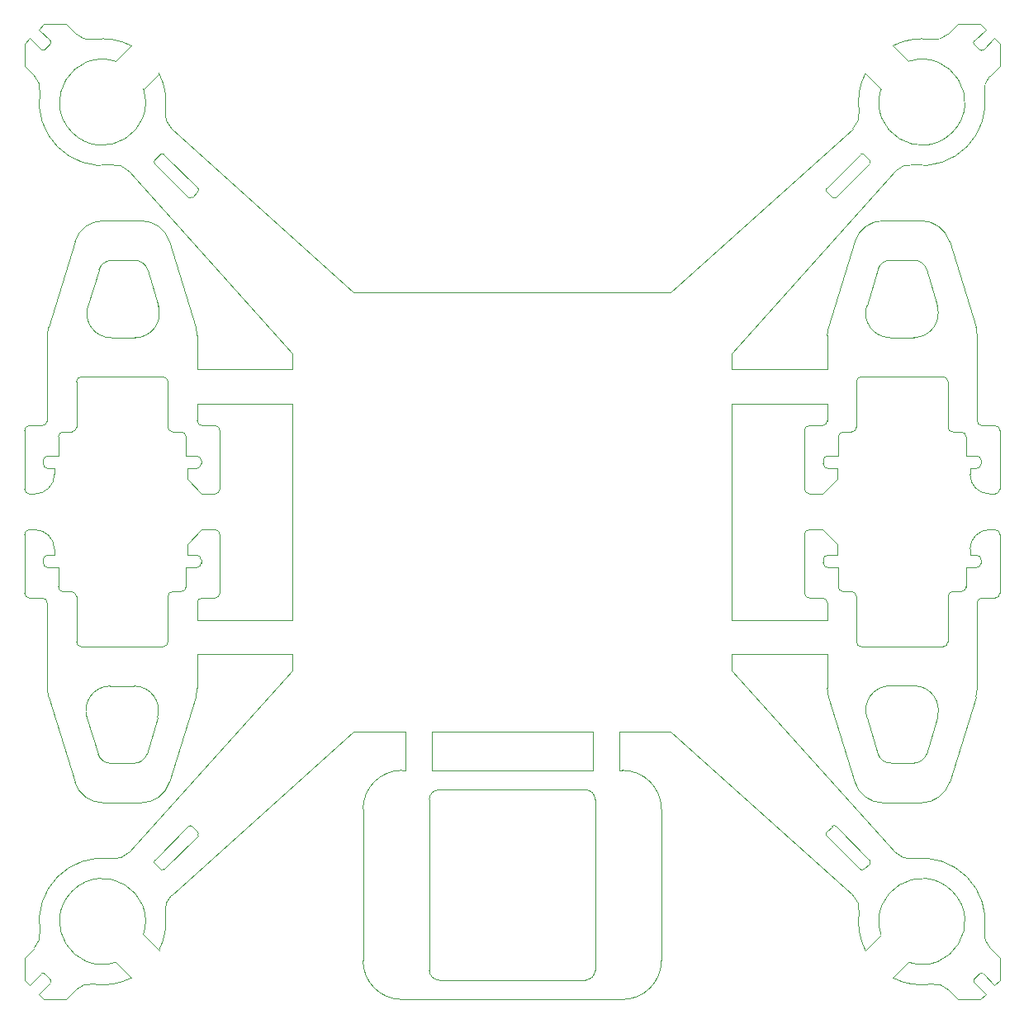
<source format=gbp>
G04 #@! TF.GenerationSoftware,KiCad,Pcbnew,8.99.0-1558-g48f6f837a1*
G04 #@! TF.CreationDate,2024-07-10T16:23:39+03:00*
G04 #@! TF.ProjectId,ESP32 drone,45535033-3220-4647-926f-6e652e6b6963,rev?*
G04 #@! TF.SameCoordinates,Original*
G04 #@! TF.FileFunction,Paste,Bot*
G04 #@! TF.FilePolarity,Positive*
%FSLAX46Y46*%
G04 Gerber Fmt 4.6, Leading zero omitted, Abs format (unit mm)*
G04 Created by KiCad (PCBNEW 8.99.0-1558-g48f6f837a1) date 2024-07-10 16:23:39*
%MOMM*%
%LPD*%
G01*
G04 APERTURE LIST*
G04 #@! TA.AperFunction,Profile*
%ADD10C,0.025400*%
G04 #@! TD*
G04 APERTURE END LIST*
D10*
X89744997Y-112289635D02*
G75*
G02*
X88445021Y-111346061I-19997J1339735D01*
G01*
X95102180Y-72673720D02*
G75*
G02*
X95602080Y-73173590I20J-499880D01*
G01*
X81961740Y-88343230D02*
G75*
G02*
X83961670Y-90343230I-40J-1999970D01*
G01*
X83961740Y-82673700D02*
X83961740Y-82073750D01*
X108397550Y-97616520D02*
X98602300Y-97616520D01*
X177433230Y-94193360D02*
G75*
G02*
X176933360Y-94693230I-499830J-40D01*
G01*
X97461580Y-92243400D02*
X97461580Y-94193360D01*
X81437740Y-37968170D02*
X80897480Y-38508430D01*
X83961740Y-90943430D02*
X83961740Y-90343230D01*
X97461580Y-78823570D02*
X97461580Y-80773780D01*
X167531290Y-50441860D02*
G75*
G02*
X167549544Y-50794377I-168190J-185440D01*
G01*
X82470500Y-129480560D02*
G75*
G02*
X89824572Y-122074857I6427000J972060D01*
G01*
X163283400Y-82073750D02*
G75*
G02*
X162783250Y-81573620I0J500150D01*
G01*
X146197580Y-132508500D02*
G75*
G02*
X142197590Y-136508480I-3999980J0D01*
G01*
X82811620Y-91743280D02*
X82811620Y-91443300D01*
X98602300Y-104580940D02*
X98602300Y-101116380D01*
X164070152Y-54276373D02*
G75*
G02*
X163717410Y-54258021I-167152J186373D01*
G01*
X162733230Y-84673690D02*
X164233360Y-83173570D01*
X96102170Y-78323690D02*
G75*
G02*
X95602110Y-77823570I30J500090D01*
G01*
X98467930Y-67549010D02*
G75*
G02*
X98602064Y-68435980I-2865630J-886990D01*
G01*
X98665118Y-53335878D02*
G75*
G02*
X98646740Y-53688591I-186418J-167122D01*
G01*
X176602900Y-136508490D02*
X178897540Y-136508490D01*
X180397410Y-88343230D02*
G75*
G02*
X180897570Y-88843360I-10J-500170D01*
G01*
X100425760Y-77673710D02*
X99102170Y-77673710D01*
X95183460Y-123160540D02*
G75*
G02*
X94830706Y-123142199I-167160J186440D01*
G01*
X94263720Y-122575070D02*
X94830727Y-123142180D01*
X179833270Y-84673690D02*
G75*
G02*
X177833310Y-82673700I30J1999990D01*
G01*
X81397610Y-95343220D02*
G75*
G02*
X80897680Y-94843350I-10J499920D01*
G01*
X178264570Y-134794750D02*
G75*
G02*
X178273645Y-134433005I176830J176550D01*
G01*
X153397460Y-101116380D02*
X163192720Y-101116380D01*
X83311500Y-90943430D02*
X83961740Y-90943430D01*
X81397610Y-84673690D02*
X81961740Y-84673690D01*
X108397550Y-101116380D02*
X108397550Y-102768910D01*
X82720950Y-95343220D02*
G75*
G02*
X83220980Y-95843340I-50J-500080D01*
G01*
X99011740Y-91443300D02*
X99011740Y-91743280D01*
X166692840Y-100343210D02*
G75*
G02*
X166192890Y-99843340I-40J499910D01*
G01*
X84361530Y-92243400D02*
X83311500Y-92243400D01*
X139397490Y-133508500D02*
G75*
G02*
X138397490Y-134508490I-999990J0D01*
G01*
X88932770Y-116340890D02*
G75*
G02*
X86066922Y-114227850I30J2999990D01*
G01*
X123397520Y-134508490D02*
G75*
G02*
X122397510Y-133508500I-20J999990D01*
G01*
X172862240Y-56676040D02*
X168904420Y-56676040D01*
X160869130Y-88843360D02*
X160869130Y-94843350D01*
X178573940Y-77173580D02*
X178573940Y-68435980D01*
X98602300Y-75400410D02*
X108397550Y-75400410D01*
X171974260Y-122074430D02*
G75*
G02*
X170202729Y-121433197I-285260J1979630D01*
G01*
X100925890Y-94843350D02*
G75*
G02*
X100425760Y-95343390I-500090J50D01*
G01*
X141847570Y-109008420D02*
X147157950Y-109008420D01*
X95602300Y-95193360D02*
G75*
G02*
X96102170Y-94693500I499900J-40D01*
G01*
X174470000Y-65400000D02*
G75*
G02*
X172081948Y-68639217I-2388100J-739300D01*
G01*
X172081952Y-60719530D02*
G75*
G02*
X173381999Y-61663082I20048J-1339770D01*
G01*
X175573950Y-73173590D02*
X175573950Y-77823570D01*
X82357220Y-37048950D02*
X83530440Y-38222170D01*
X95602300Y-73173590D02*
X95602300Y-77823570D01*
X83355180Y-105467910D02*
G75*
G02*
X83221048Y-104580940I2865820J887010D01*
G01*
X139397490Y-116008400D02*
X139397490Y-133508500D01*
X173392929Y-111321817D02*
G75*
G02*
X172092933Y-112265400I-1280029J396217D01*
G01*
X95102180Y-100343210D02*
X86720940Y-100343210D01*
X178483260Y-80773780D02*
G75*
G02*
X178983220Y-81273650I40J-499920D01*
G01*
X86203290Y-37519610D02*
X85192110Y-36508440D01*
X86221070Y-99843340D02*
X86221070Y-95193360D01*
X100425760Y-77673710D02*
G75*
G02*
X100925690Y-78173580I40J-499890D01*
G01*
X179833270Y-84673690D02*
X180397410Y-84673690D01*
X86720940Y-72673720D02*
X95102180Y-72673720D01*
X166692840Y-72673720D02*
X175073820Y-72673720D01*
X85720940Y-94693230D02*
G75*
G02*
X86221070Y-95193360I-40J-500170D01*
G01*
X89780000Y-68659870D02*
G75*
G02*
X87391948Y-65420705I0J2499870D01*
G01*
X108397550Y-75400410D02*
X108397550Y-97616520D01*
X98602300Y-101116380D02*
X108397550Y-101116380D01*
X86221070Y-77823570D02*
X86221070Y-73173590D01*
X87925410Y-38081460D02*
G75*
G02*
X91858619Y-38722012I972090J-6426940D01*
G01*
X83221070Y-77173580D02*
G75*
G02*
X82720950Y-77673770I-500170J-20D01*
G01*
X167531290Y-50441860D02*
G75*
G02*
X166964112Y-49874679I5365910J5933060D01*
G01*
X89839997Y-60740235D02*
X92230004Y-60740235D01*
X180357020Y-135048750D02*
X180897530Y-134508490D01*
X89820750Y-50942490D02*
G75*
G02*
X91592293Y-51583711I285250J-1979710D01*
G01*
X84361530Y-80773780D02*
X84361530Y-78823570D01*
X177833280Y-90343230D02*
X177833280Y-90943430D01*
X153397460Y-75400410D02*
X163192720Y-75400410D01*
X99011740Y-81573620D02*
G75*
G02*
X98511620Y-82073740I-500140J20D01*
G01*
X108397550Y-102768910D02*
X91592150Y-121433080D01*
X97461580Y-94193360D02*
G75*
G02*
X96961710Y-94693280I-499880J-40D01*
G01*
X178573940Y-104580940D02*
X178573940Y-95843340D01*
X98511620Y-92243400D02*
X97461580Y-92243400D01*
X163192720Y-68435980D02*
G75*
G02*
X163326843Y-67549014I2999980J-20D01*
G01*
X95183510Y-123160585D02*
X98661496Y-119677256D01*
X163192720Y-97616520D02*
X153397460Y-97616520D01*
X82471520Y-129485900D02*
G75*
G02*
X81908689Y-131202719I-1977120J-302500D01*
G01*
X91592150Y-121433080D02*
G75*
G02*
X89820779Y-122074233I-1486150J1338380D01*
G01*
X141847570Y-113008410D02*
X141847570Y-109008420D01*
X122397520Y-116008400D02*
G75*
G02*
X123397520Y-115008420I999980J0D01*
G01*
X179183800Y-133875530D02*
X180357020Y-135048750D01*
X84361530Y-78823570D02*
G75*
G02*
X84861660Y-78323430I500170J-30D01*
G01*
X83530440Y-134795010D02*
X82357220Y-135968230D01*
X99061530Y-84673690D02*
X100425760Y-84673690D01*
X82811620Y-81273650D02*
G75*
G02*
X83311500Y-80773720I499880J50D01*
G01*
X168391949Y-61663098D02*
G75*
G02*
X169691944Y-60719580I1279951J-396202D01*
G01*
X85720940Y-94693230D02*
X84861660Y-94693230D01*
X94618052Y-65420705D02*
X93530000Y-61683803D01*
X164233360Y-89843360D02*
X162733230Y-88343230D01*
X164233360Y-82073750D02*
X163283400Y-82073750D01*
X98511620Y-82073750D02*
X97561660Y-82073750D01*
X82811620Y-81573620D02*
X82811620Y-81273650D01*
X98643256Y-119324741D02*
X98076249Y-118757631D01*
X179437800Y-135968230D02*
X178264570Y-134795010D01*
X82720950Y-77673710D02*
X81397610Y-77673710D01*
X168711880Y-43151300D02*
X167110160Y-41549570D01*
X80897480Y-78173580D02*
G75*
G02*
X81397610Y-77673480I500120J-20D01*
G01*
X163192720Y-75400410D02*
X163192720Y-77173580D01*
X162783270Y-91743280D02*
X162783270Y-91443300D01*
X180897530Y-134508490D02*
X180897530Y-132213860D01*
X169691945Y-60719530D02*
X172081952Y-60719530D01*
X166192710Y-99843340D02*
X166192710Y-95193360D01*
X122647460Y-109008420D02*
X122647460Y-113008410D01*
X165822130Y-125813820D02*
G75*
G02*
X166463325Y-127585197I-1338330J-1486180D01*
G01*
X164333430Y-80773780D02*
X164333430Y-78823570D01*
X176933360Y-78323690D02*
G75*
G02*
X177433310Y-78823570I40J-499910D01*
G01*
X179886360Y-131202680D02*
G75*
G02*
X179323542Y-129485906I1414240J1414280D01*
G01*
X94684850Y-41549570D02*
X93082880Y-43151300D01*
X170202860Y-121433080D02*
X153397460Y-102768910D01*
X178983390Y-81573620D02*
G75*
G02*
X178483260Y-82073690I-500090J20D01*
G01*
X80897480Y-88843360D02*
X80897480Y-94843350D01*
X166192710Y-77823570D02*
X166192710Y-73173590D01*
X97561660Y-83173570D02*
X99061530Y-84673690D01*
X119947440Y-109008420D02*
X119947440Y-113008410D01*
X171540430Y-132693920D02*
X169938450Y-134295900D01*
X94830900Y-49874680D02*
G75*
G02*
X94267926Y-50436653I-5925200J5372780D01*
G01*
X81961740Y-88343230D02*
X81397610Y-88343230D01*
X146197580Y-132508500D02*
X146197580Y-117008400D01*
X165692840Y-94693230D02*
X164833300Y-94693230D01*
X179437800Y-37048950D02*
X178897540Y-36508440D01*
X162692850Y-95343220D02*
G75*
G02*
X163192880Y-95843340I-50J-500080D01*
G01*
X167110162Y-131467609D02*
G75*
G02*
X166463985Y-127581411I5787338J2959109D01*
G01*
X87920070Y-38082470D02*
G75*
G02*
X86203265Y-37519635I-302470J1977170D01*
G01*
X161369250Y-84673690D02*
X162733230Y-84673690D01*
X98511620Y-90943430D02*
G75*
G02*
X99011470Y-91443300I-20J-499870D01*
G01*
X99102170Y-95343220D02*
X100425760Y-95343220D01*
X99011740Y-91743280D02*
G75*
G02*
X98511620Y-92243440I-500140J-20D01*
G01*
X85192110Y-36508440D02*
X82897480Y-36508440D01*
X165822130Y-47203110D02*
X147157950Y-64008510D01*
X87296948Y-107609165D02*
X88445001Y-111346067D01*
X177433230Y-92243400D02*
X177433230Y-94193360D01*
X142197590Y-113008410D02*
G75*
G02*
X146197590Y-117008400I10J-3999990D01*
G01*
X166038790Y-58789060D02*
G75*
G02*
X168904420Y-56676269I2865610J-886940D01*
G01*
X168904420Y-116340890D02*
X172862240Y-116340890D01*
X163192720Y-68435980D02*
X163192720Y-71900540D01*
X82897480Y-36508440D02*
X82357220Y-37048950D01*
X93082110Y-43148760D02*
G75*
G02*
X90249788Y-40321395I-4184650J-1359660D01*
G01*
X81908650Y-131202680D02*
X80897480Y-132213860D01*
X88540001Y-61683803D02*
G75*
G02*
X89839997Y-60740235I1279999J-396197D01*
G01*
X80897480Y-78173580D02*
X80897480Y-84173570D01*
X167549640Y-122222455D02*
X164066311Y-118744469D01*
X87391948Y-65420705D02*
X88540001Y-61683803D01*
X84361530Y-94193360D02*
X84361530Y-92243400D01*
X166192710Y-77823570D02*
G75*
G02*
X165692840Y-78323510I-499910J-30D01*
G01*
X163192720Y-101116380D02*
X163192720Y-104580940D01*
X175573950Y-95193360D02*
X175573950Y-99843340D01*
X123247410Y-64008510D02*
X138547610Y-64008510D01*
X153397460Y-71900540D02*
X153397460Y-70248020D01*
X88932770Y-116340890D02*
X92890340Y-116340890D01*
X167549330Y-122222510D02*
G75*
G02*
X167531050Y-122575055I-186230J-167090D01*
G01*
X171981630Y-122073420D02*
G75*
G02*
X179322745Y-129491742I915970J-6435080D01*
G01*
X83355180Y-105467910D02*
X86066890Y-114228120D01*
X95972890Y-125813820D02*
X114637060Y-109008420D01*
X83961740Y-82673700D02*
G75*
G02*
X81961740Y-84673740I-2000040J0D01*
G01*
X83311500Y-82073750D02*
G75*
G02*
X82811350Y-81573620I0J500150D01*
G01*
X94830900Y-49874680D02*
G75*
G02*
X95183388Y-49856470I185400J-168120D01*
G01*
X162783270Y-81273650D02*
G75*
G02*
X163283400Y-80773570I500130J-50D01*
G01*
X177833280Y-90343230D02*
G75*
G02*
X179833270Y-88343180I2000020J30D01*
G01*
X178573940Y-104580940D02*
G75*
G02*
X178439814Y-105467905I-3000040J40D01*
G01*
X92890340Y-56676040D02*
X88932770Y-56676040D01*
X84861660Y-94693230D02*
G75*
G02*
X84361870Y-94193360I40J499830D01*
G01*
X122647460Y-113008410D02*
X139147550Y-113008410D01*
X81397610Y-84673690D02*
G75*
G02*
X80897510Y-84173570I-10J500090D01*
G01*
X97561660Y-90943430D02*
X98511620Y-90943430D01*
X169702926Y-112265385D02*
X172092933Y-112265385D01*
X81397610Y-95343220D02*
X82720950Y-95343220D01*
X119597430Y-136508490D02*
X142197590Y-136508490D01*
X178983390Y-91443300D02*
X178983390Y-91743280D01*
X163283400Y-90943430D02*
X164233360Y-90943430D01*
X177433230Y-80773780D02*
X178483260Y-80773780D01*
X167243896Y-65400000D02*
X168391949Y-61663098D01*
X177833280Y-90943430D02*
X178483260Y-90943430D01*
X83221070Y-95843340D02*
X83221070Y-104580940D01*
X98602300Y-71900540D02*
X98602300Y-68435980D01*
X90254590Y-40323010D02*
X91856560Y-38721030D01*
X160869130Y-88843360D02*
G75*
G02*
X161369250Y-88343230I500170J-40D01*
G01*
X180897530Y-94843350D02*
G75*
G02*
X180397410Y-95343430I-500130J50D01*
G01*
X98643256Y-119324741D02*
G75*
G02*
X98661521Y-119677278I-168256J-185459D01*
G01*
X171537890Y-40323770D02*
G75*
G02*
X168710544Y-43156180I1359710J-4184630D01*
G01*
X82971140Y-39134800D02*
G75*
G02*
X83523847Y-38582097I5926260J-5373600D01*
G01*
X138397490Y-115008410D02*
G75*
G02*
X139397490Y-116008400I10J-999990D01*
G01*
X83526630Y-38218110D02*
G75*
G02*
X83521602Y-38584177I-173130J-180690D01*
G01*
X163151814Y-53692484D02*
X163718821Y-54259594D01*
X108397550Y-70248020D02*
X108397550Y-71900540D01*
X83311500Y-80773780D02*
X84361530Y-80773780D01*
X166964110Y-123142250D02*
G75*
G02*
X166611620Y-123160474I-185410J168150D01*
G01*
X178983390Y-91743280D02*
G75*
G02*
X178483260Y-92243390I-500090J-20D01*
G01*
X178983390Y-81273650D02*
X178983390Y-81573620D01*
X163713796Y-118762709D02*
G75*
G02*
X164066285Y-118744498I185404J-168191D01*
G01*
X80897480Y-40803070D02*
X81908650Y-41814240D01*
X83523840Y-134434830D02*
G75*
G02*
X82971137Y-133882134I5373660J5926430D01*
G01*
X178573940Y-95843340D02*
G75*
G02*
X179073810Y-95343440I499860J40D01*
G01*
X163151814Y-53692484D02*
G75*
G02*
X163133624Y-53340014I168186J185384D01*
G01*
X92135000Y-104370000D02*
X89685000Y-104370000D01*
X179886360Y-41814240D02*
X180897530Y-40803070D01*
X97561660Y-82073750D02*
X97561660Y-83173570D01*
X97461580Y-80773780D02*
X98511620Y-80773780D01*
X95756230Y-114227860D02*
G75*
G02*
X92890340Y-116340942I-2865930J886960D01*
G01*
X94245430Y-50794410D02*
G75*
G02*
X94263687Y-50441824I186470J167110D01*
G01*
X179073810Y-77673710D02*
G75*
G02*
X178573690Y-77173580I-10J500110D01*
G01*
X100925890Y-84173570D02*
G75*
G02*
X100425760Y-84673690I-500090J-30D01*
G01*
X83311500Y-92243400D02*
G75*
G02*
X82811400Y-91743280I0J500100D01*
G01*
X180897530Y-84173570D02*
G75*
G02*
X180397410Y-84673730I-500130J-30D01*
G01*
X170202860Y-51583840D02*
G75*
G02*
X171974231Y-50942689I1486140J-1338360D01*
G01*
X114637060Y-64008510D02*
X95972890Y-47203110D01*
X178264570Y-38222170D02*
X179437800Y-37048950D01*
X162783270Y-91443300D02*
G75*
G02*
X163283400Y-90943170I500130J0D01*
G01*
X83961740Y-82073750D02*
X83311500Y-82073750D01*
X178271155Y-38582107D02*
G75*
G02*
X178821809Y-39132547I-5373455J-5926193D01*
G01*
X176073820Y-78323690D02*
X176933360Y-78323690D01*
X169702926Y-112265385D02*
G75*
G02*
X168402889Y-111321830I-20026J1339785D01*
G01*
X122397520Y-133508500D02*
X122397520Y-116008400D01*
X97724918Y-118740852D02*
G75*
G02*
X98077690Y-118759177I167182J-186348D01*
G01*
X161369250Y-95343220D02*
X162692850Y-95343220D01*
X163283400Y-92243400D02*
G75*
G02*
X162783300Y-91743280I0J500100D01*
G01*
X98602300Y-97616520D02*
X98602300Y-95843340D01*
X98602300Y-77173580D02*
X98602300Y-75400410D01*
X95331540Y-127585220D02*
G75*
G02*
X95972790Y-125813708I1979660J285220D01*
G01*
X178273460Y-38584120D02*
G75*
G02*
X178264661Y-38222261I167940J185120D01*
G01*
X169938450Y-38721030D02*
X171540430Y-40323010D01*
X178483260Y-90943430D02*
G75*
G02*
X178983170Y-91443300I40J-499870D01*
G01*
X164333430Y-78823570D02*
G75*
G02*
X164833300Y-78323730I499870J-30D01*
G01*
X92135000Y-104370000D02*
G75*
G02*
X94523089Y-107609177I0J-2499900D01*
G01*
X163129907Y-119681047D02*
G75*
G02*
X163148263Y-119328309I186393J167147D01*
G01*
X175073820Y-100343210D02*
X166692840Y-100343210D01*
X177433230Y-78823570D02*
X177433230Y-80773780D01*
X180397410Y-77673710D02*
X179073810Y-77673710D01*
X115597440Y-117008400D02*
G75*
G02*
X119597430Y-113008440I3999960J0D01*
G01*
X153397460Y-97616520D02*
X153397460Y-75400410D01*
X178821850Y-133884420D02*
G75*
G02*
X179183741Y-133875589I185150J-167880D01*
G01*
X98602300Y-104580940D02*
G75*
G02*
X98468150Y-105467977I-3000000J40D01*
G01*
X86221070Y-73173590D02*
G75*
G02*
X86720940Y-72673770I499830J-10D01*
G01*
X164833300Y-94693230D02*
G75*
G02*
X164333470Y-94193360I0J499830D01*
G01*
X82611220Y-133875530D02*
G75*
G02*
X82972888Y-133884675I176480J-176770D01*
G01*
X147157950Y-109008420D02*
X165822130Y-125813820D01*
X161369250Y-84673690D02*
G75*
G02*
X160869210Y-84173570I50J500090D01*
G01*
X98081229Y-54254216D02*
G75*
G02*
X97728718Y-54272451I-185429J168216D01*
G01*
X86066890Y-58789060D02*
G75*
G02*
X88932770Y-56676194I2865910J-887240D01*
G01*
X100425760Y-88343230D02*
X99061530Y-88343230D01*
X164233360Y-83173570D02*
X164233360Y-82073750D01*
X167254877Y-107584915D02*
X168402930Y-111321817D01*
X92230000Y-68659870D02*
X89780000Y-68659870D01*
X93082880Y-129865630D02*
X94684850Y-131467610D01*
X175573950Y-95193360D02*
G75*
G02*
X176073820Y-94693550I499850J-40D01*
G01*
X165692840Y-94693230D02*
G75*
G02*
X166192970Y-95193360I-40J-500170D01*
G01*
X163192720Y-77173580D02*
G75*
G02*
X162692850Y-77673520I-499920J-20D01*
G01*
X86203290Y-135497320D02*
G75*
G02*
X87920065Y-134934487I1414310J-1414280D01*
G01*
X166611560Y-49856640D02*
X163133574Y-53339969D01*
X91856560Y-134295900D02*
X90254590Y-132693920D01*
X94618052Y-65420705D02*
G75*
G02*
X92230000Y-68659870I-2388052J-739295D01*
G01*
X97724918Y-118740852D02*
X94245480Y-122222555D01*
X179324510Y-43536620D02*
G75*
G02*
X171970446Y-50942014I-6427010J-971780D01*
G01*
X95331540Y-127585220D02*
G75*
G02*
X94683787Y-131469614I-6434040J-923280D01*
G01*
X99061530Y-88343230D02*
X97561660Y-89843360D01*
X94263720Y-122575070D02*
G75*
G02*
X94245440Y-122222519I168180J185470D01*
G01*
X82897480Y-136508490D02*
X85192110Y-136508490D01*
X139147550Y-109008420D02*
X122647460Y-109008420D01*
X172092929Y-104345750D02*
X169642929Y-104345750D01*
X161369250Y-95343220D02*
G75*
G02*
X160869480Y-94843350I50J499820D01*
G01*
X119597430Y-136508490D02*
G75*
G02*
X115597410Y-132508500I-30J3999990D01*
G01*
X180397410Y-77673710D02*
G75*
G02*
X180897290Y-78173580I-10J-499890D01*
G01*
X89744997Y-112289635D02*
X92135004Y-112289635D01*
X108397550Y-71900540D02*
X98602300Y-71900540D01*
X80897480Y-134508490D02*
X81437740Y-135048750D01*
X175573950Y-99843340D02*
G75*
G02*
X175073820Y-100343450I-500150J40D01*
G01*
X94683840Y-41547540D02*
G75*
G02*
X95330921Y-45435504I-5786340J-2960860D01*
G01*
X86221070Y-77823570D02*
G75*
G02*
X85720940Y-78323770I-500170J-30D01*
G01*
X98081229Y-54254216D02*
X98648339Y-53687209D01*
X98511620Y-80773780D02*
G75*
G02*
X99011420Y-81273650I-20J-499820D01*
G01*
X172862240Y-56676040D02*
G75*
G02*
X175728236Y-58788946I-40J-3000260D01*
G01*
X175591730Y-135497320D02*
X176602900Y-136508490D01*
X163713796Y-118762709D02*
X163146686Y-119329716D01*
X95756230Y-114228120D02*
X98467930Y-105467910D01*
X153397460Y-102768910D02*
X153397460Y-101116380D01*
X179323500Y-43531030D02*
G75*
G02*
X179886317Y-41814197I1977100J302530D01*
G01*
X163283400Y-80773780D02*
X164333430Y-80773780D01*
X98602300Y-95843340D02*
G75*
G02*
X99102170Y-95343400I499900J40D01*
G01*
X82357220Y-135968230D02*
X82897480Y-136508490D01*
X166192710Y-73173590D02*
G75*
G02*
X166692840Y-72673510I500090J-10D01*
G01*
X163326830Y-105467910D02*
G75*
G02*
X163192700Y-104580940I2865870J887010D01*
G01*
X175727870Y-114228120D02*
X178439830Y-105467910D01*
X99011740Y-81273650D02*
X99011740Y-81573620D01*
X163192720Y-71900540D02*
X153397460Y-71900540D01*
X81437740Y-135048750D02*
X82610960Y-133875530D01*
X162692850Y-77673710D02*
X161369250Y-77673710D01*
X180897530Y-132213860D02*
X179886360Y-131202680D01*
X178483260Y-82073750D02*
X177833280Y-82073750D01*
X180897530Y-84173570D02*
X180897530Y-78173580D01*
X86720940Y-100343210D02*
G75*
G02*
X86220990Y-99843340I-40J499910D01*
G01*
X96961710Y-94693230D02*
X96102170Y-94693230D01*
X173874940Y-134934450D02*
G75*
G02*
X175591806Y-135497244I302560J-1977150D01*
G01*
X83521550Y-134432800D02*
G75*
G02*
X83530638Y-134794948I-167850J-185400D01*
G01*
X180897530Y-94843350D02*
X180897530Y-88843360D01*
X177833280Y-82073750D02*
X177833280Y-82673700D01*
X81908650Y-41814240D02*
G75*
G02*
X82471447Y-43531019I-1414250J-1414260D01*
G01*
X97561660Y-89843360D02*
X97561660Y-90943430D01*
X175727870Y-114227860D02*
G75*
G02*
X172862240Y-116340694I-2865670J886960D01*
G01*
X172092929Y-104345750D02*
G75*
G02*
X174480930Y-107584899I-29J-2499850D01*
G01*
X175591730Y-37519610D02*
G75*
G02*
X173874943Y-38082450I-1414330J1414310D01*
G01*
X142197590Y-113008410D02*
X141847570Y-113008410D01*
X90257130Y-132693160D02*
G75*
G02*
X93084497Y-129860831I-1359670J4184660D01*
G01*
X147157950Y-64008510D02*
X138547610Y-64008510D01*
X163129907Y-119681047D02*
X166611610Y-123160485D01*
X82610960Y-39141400D02*
X81437740Y-37968170D01*
X178439830Y-67549010D02*
G75*
G02*
X178573955Y-68435980I-2865830J-886990D01*
G01*
X115597440Y-117008400D02*
X115597440Y-132508500D01*
X139147550Y-113008410D02*
X139147550Y-109008420D01*
X92890340Y-56676040D02*
G75*
G02*
X95756248Y-58789054I60J-2999960D01*
G01*
X94523052Y-107609165D02*
X93435000Y-111346067D01*
X87296948Y-107609165D02*
G75*
G02*
X89685000Y-104370039I2388052J739265D01*
G01*
X173869350Y-134935470D02*
G75*
G02*
X169936412Y-134294897I-971850J6426970D01*
G01*
X153397460Y-70248020D02*
X170202860Y-51583840D01*
X83221070Y-68435980D02*
G75*
G02*
X83355191Y-67549013I3000030J-20D01*
G01*
X123397520Y-115008410D02*
X138397490Y-115008410D01*
X93435000Y-111346067D02*
G75*
G02*
X92135004Y-112289657I-1280000J396167D01*
G01*
X164833300Y-78323690D02*
X165692840Y-78323690D01*
X180897530Y-38508430D02*
X180357020Y-37968170D01*
X95972890Y-47203110D02*
G75*
G02*
X95331662Y-45431728I1338310J1486210D01*
G01*
X179073810Y-95343220D02*
X180397410Y-95343220D01*
X169946580Y-38716970D02*
G75*
G02*
X173880769Y-38083311I2950920J-5791430D01*
G01*
X178483260Y-92243400D02*
X177433230Y-92243400D01*
X92230004Y-60740235D02*
G75*
G02*
X93529999Y-61683803I19996J-1339765D01*
G01*
X166038790Y-58789060D02*
X163326830Y-67549010D01*
X86066890Y-58789060D02*
X83355180Y-67549010D01*
X163192720Y-95843340D02*
X163192720Y-97616520D01*
X96961710Y-78323690D02*
G75*
G02*
X97461610Y-78823570I-10J-499910D01*
G01*
X174470000Y-65400000D02*
X173381948Y-61663098D01*
X99102170Y-77673710D02*
G75*
G02*
X98602090Y-77173580I30J500110D01*
G01*
X84861660Y-78323690D02*
X85720940Y-78323690D01*
X100425760Y-88343230D02*
G75*
G02*
X100925970Y-88843360I40J-500170D01*
G01*
X95602300Y-99843340D02*
G75*
G02*
X95102180Y-100343400I-500100J40D01*
G01*
X100925890Y-84173570D02*
X100925890Y-78173580D01*
X85192110Y-136508490D02*
X86203290Y-135497320D01*
X175073820Y-72673720D02*
G75*
G02*
X175573680Y-73173590I-20J-499880D01*
G01*
X123247410Y-64008510D02*
X114637060Y-64008510D01*
X95602300Y-95193360D02*
X95602300Y-99843340D01*
X162783270Y-81573620D02*
X162783270Y-81273650D01*
X179183800Y-39141400D02*
G75*
G02*
X178821787Y-39132567I-176800J176800D01*
G01*
X119947440Y-113008410D02*
X119597430Y-113008410D01*
X164333430Y-92243400D02*
X163283400Y-92243400D01*
X168712900Y-129868170D02*
G75*
G02*
X171545005Y-132695424I4184600J1359670D01*
G01*
X174480981Y-107584915D02*
X173392929Y-111321817D01*
X166611560Y-49856640D02*
G75*
G02*
X166964036Y-49874747I167140J-186160D01*
G01*
X100925890Y-94843350D02*
X100925890Y-88843360D01*
X80897480Y-132213860D02*
X80897480Y-134508490D01*
X80897480Y-38508430D02*
X80897480Y-40803070D01*
X176602900Y-36508440D02*
X175591730Y-37519610D01*
X172081948Y-68639165D02*
X169631948Y-68639165D01*
X164233360Y-90943430D02*
X164233360Y-89843360D01*
X164333430Y-94193360D02*
X164333430Y-92243400D01*
X80897480Y-88843360D02*
G75*
G02*
X81397610Y-88343280I500120J-40D01*
G01*
X98467930Y-67549010D02*
X95756230Y-58789060D01*
X169631948Y-68639165D02*
G75*
G02*
X167243858Y-65399988I-48J2499865D01*
G01*
X180897530Y-40803070D02*
X180897530Y-38508430D01*
X138397490Y-134508490D02*
X123397520Y-134508490D01*
X114637060Y-109008420D02*
X119947440Y-109008420D01*
X164070152Y-54276373D02*
X167549590Y-50794670D01*
X178897540Y-136508490D02*
X179437800Y-135968230D01*
X96102170Y-78323690D02*
X96961710Y-78323690D01*
X160869130Y-78173580D02*
G75*
G02*
X161369250Y-77673430I500170J-20D01*
G01*
X163326830Y-105467910D02*
X166038790Y-114228120D01*
X176933360Y-94693230D02*
X176073820Y-94693230D01*
X91592150Y-51583840D02*
X108397550Y-70248020D01*
X180397410Y-88343230D02*
X179833270Y-88343230D01*
X83221070Y-68435980D02*
X83221070Y-77173580D01*
X162733230Y-88343230D02*
X161369250Y-88343230D01*
X89813390Y-50943760D02*
G75*
G02*
X82472085Y-43525160I-915890J6435360D01*
G01*
X91848440Y-134299960D02*
G75*
G02*
X87914240Y-134933627I-2950940J5791460D01*
G01*
X160869130Y-78173580D02*
X160869130Y-84173570D01*
X98665118Y-53335878D02*
X95183415Y-49856440D01*
X166463980Y-45435520D02*
G75*
G02*
X167111075Y-41547486I6433520J927120D01*
G01*
X167110161Y-131467610D02*
X168711880Y-129865630D01*
X176073820Y-78323690D02*
G75*
G02*
X175573710Y-77823570I-20J500090D01*
G01*
X94245385Y-50794470D02*
X97728714Y-54272456D01*
X167254877Y-107584915D02*
G75*
G02*
X169642929Y-104345752I2388023J739315D01*
G01*
X178897540Y-36508440D02*
X176602900Y-36508440D01*
X180357020Y-37968170D02*
X179183800Y-39141400D01*
X166463979Y-45435520D02*
G75*
G02*
X165822245Y-47203239I-1980179J-281480D01*
G01*
X82811620Y-91443300D02*
G75*
G02*
X83311500Y-90943420I499880J0D01*
G01*
X167531095Y-122575105D02*
X166964110Y-123142250D01*
X82973170Y-39132510D02*
G75*
G02*
X82611054Y-39141566I-185370J167910D01*
G01*
X178439830Y-67549010D02*
X175727870Y-58789060D01*
X178823880Y-133882130D02*
G75*
G02*
X178271172Y-134434832I-5926280J5373630D01*
G01*
X168904420Y-116340890D02*
G75*
G02*
X166038548Y-114227935I-20J2999990D01*
G01*
M02*

</source>
